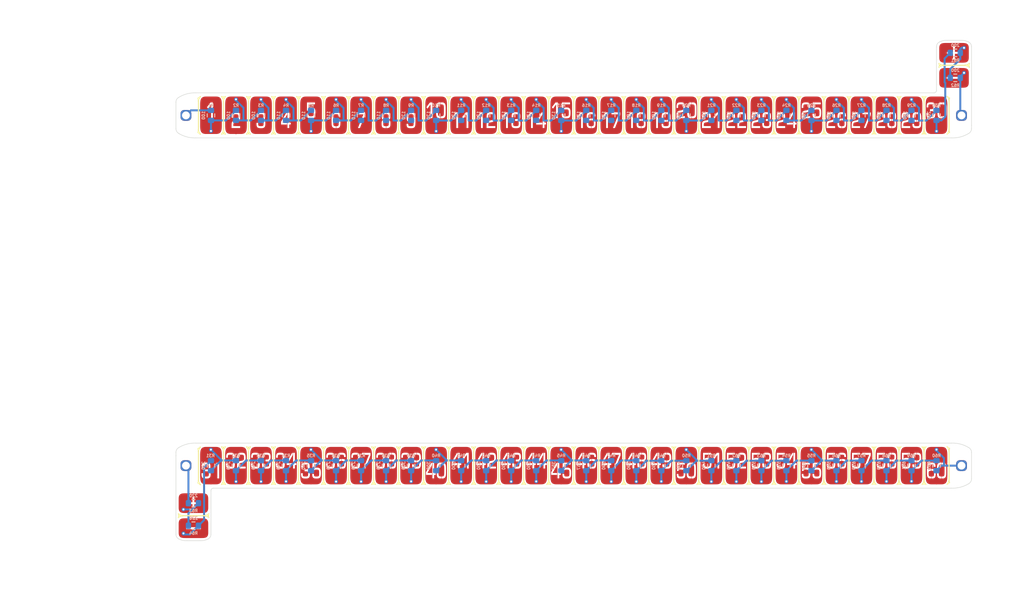
<source format=kicad_pcb>
(kicad_pcb (version 20240108) (generator "pcbnew") (generator_version "8.0")
  (layers (0 "F.Cu" signal) (31 "B.Cu" signal) (34 "B.Paste" user) (35 "F.Paste" user) (36 "B.SilkS" user "B.Silkscreen") (37 "F.SilkS" user "F.Silkscreen") (38 "B.Mask" user) (39 "F.Mask" user) (44 "Edge.Cuts" user))
  (net 0 "")
  (net 1 "Net-(J3-Pin_1)")
  (net 2 "Net-(J4-Pin_1)")
  (net 3 "Net-(U1-Pin_1)")
  (net 4 "Net-(U1-Pin_2)")
  (net 5 "Net-(U1-Pin_3)")
  (net 6 "Net-(U1-Pin_4)")
  (net 7 "Net-(U1-Pin_5)")
  (net 8 "Net-(U1-Pin_6)")
  (net 9 "Net-(U1-Pin_7)")
  (net 10 "Net-(U1-Pin_8)")
  (net 11 "Net-(U1-Pin_9)")
  (net 12 "Net-(U1-Pin_10)")
  (net 13 "Net-(U1-Pin_11)")
  (net 14 "Net-(U1-Pin_12)")
  (net 15 "Net-(U1-Pin_13)")
  (net 16 "Net-(U1-Pin_14)")
  (net 17 "Net-(U1-Pin_15)")
  (net 18 "Net-(U1-Pin_16)")
  (net 19 "Net-(U1-Pin_17)")
  (net 20 "Net-(U1-Pin_18)")
  (net 21 "Net-(U1-Pin_19)")
  (net 22 "Net-(U1-Pin_20)")
  (net 23 "Net-(U1-Pin_21)")
  (net 24 "Net-(U1-Pin_22)")
  (net 25 "Net-(U1-Pin_23)")
  (net 26 "Net-(U1-Pin_24)")
  (net 27 "Net-(U1-Pin_25)")
  (net 28 "Net-(U1-Pin_26)")
  (net 29 "Net-(U1-Pin_27)")
  (net 30 "Net-(U1-Pin_28)")
  (net 31 "Net-(U1-Pin_29)")
  (net 32 "Net-(U1-Pin_30)")
  (net 33 "Net-(U3-Pin_31)")
  (net 34 "Net-(U3-Pin_32)")
  (net 35 "Net-(U3-Pin_33)")
  (net 36 "Net-(U3-Pin_34)")
  (net 37 "Net-(U3-Pin_35)")
  (net 38 "Net-(U3-Pin_36)")
  (net 39 "Net-(U3-Pin_37)")
  (net 40 "Net-(U3-Pin_38)")
  (net 41 "Net-(U3-Pin_39)")
  (net 42 "Net-(U3-Pin_40)")
  (net 43 "Net-(U3-Pin_41)")
  (net 44 "Net-(U3-Pin_42)")
  (net 45 "Net-(U3-Pin_43)")
  (net 46 "Net-(U3-Pin_44)")
  (net 47 "Net-(U3-Pin_45)")
  (net 48 "Net-(U3-Pin_46)")
  (net 49 "Net-(U3-Pin_47)")
  (net 50 "Net-(U3-Pin_48)")
  (net 51 "Net-(U3-Pin_49)")
  (net 52 "Net-(U3-Pin_50)")
  (net 53 "Net-(U3-Pin_51)")
  (net 54 "Net-(U3-Pin_52)")
  (net 55 "Net-(U3-Pin_53)")
  (net 56 "Net-(U3-Pin_54)")
  (net 57 "Net-(U3-Pin_55)")
  (net 58 "Net-(U3-Pin_56)")
  (net 59 "Net-(U3-Pin_57)")
  (net 60 "Net-(U3-Pin_58)")
  (net 61 "Net-(U3-Pin_59)")
  (net 62 "Net-(J31-Pin_2)")
  (net 63 "Net-(J31-Pin_1)")
  (net 64 "Net-(J32-Pin_2)")
  (net 65 "Net-(J32-Pin_1)")
  (net 66 "Net-(J35-Pin_1)")
  (footprint "JumperlessFootprints:PinHeader_1x1_Smallest" (layer "F.Cu") (at 255.27 92.329)
    (property "Reference" "J4" (hide yes))
    (property "Value" "BottomOut" (hide yes))
  )
  (footprint "JumperlessFootprints:PinHeader_1x1_Smallest" (layer "F.Cu") (at 176.53 92.329)
    (property "Reference" "J35" (hide yes))
    (property "Value" "BottomIn" (hide yes))
  )
  (footprint "JumperlessFootprints:bbProbeContactsBottomRow" (layer "F.Cu") (at 179.071934 92.866751)
    (property "Reference" "U3" (hide yes))
    (property "Value" "~" (hide yes))
  )
  (footprint "JumperlessFootprints:bbProbeContactsRails" (layer "F.Cu") (at 177.292 97.409)
    (property "Reference" "J32" (hide yes))
    (property "Value" "+ - bottom" (hide yes))
  )
  (footprint "JumperlessFootprints:PinHeader_1x1_Smallest" (layer "F.Cu") (at 255.27 56.769)
    (property "Reference" "J34" (hide yes))
    (property "Value" "TopOut" (hide yes))
  )
  (footprint "JumperlessFootprints:PinHeader_1x1_Smallest" (layer "F.Cu") (at 176.53 56.769)
    (property "Reference" "J3" (hide yes))
    (property "Value" "TopIn" (hide yes))
  )
  (footprint "JumperlessFootprints:bbProbeContactsTopRow" (layer "F.Cu") (at 179.071934 57.306751)
    (property "Reference" "U1" (hide yes))
    (property "Value" "~" (hide yes))
  )
  (footprint "JumperlessFootprints:bbProbeContactsRails" (layer "F.Cu") (at 254.508 51.689)
    (property "Reference" "J31" (hide yes))
    (property "Value" "+ - top" (hide yes))
  )
  (footprint "Resistor_SMD:R_0402_1005Metric" (layer "B.Cu") (at 191.77 56.769 -90)
    (property "Reference" "R6")
    (property "Value" "110")
  )
  (footprint "Resistor_SMD:R_0402_1005Metric" (layer "B.Cu") (at 222.25 56.769 -90)
    (property "Reference" "R18")
    (property "Value" "150")
  )
  (footprint "Resistor_SMD:R_0402_1005Metric" (layer "B.Cu") (at 194.31 92.329 -90)
    (property "Reference" "R37")
    (property "Value" "270")
  )
  (footprint "Resistor_SMD:R_0402_1005Metric" (layer "B.Cu") (at 219.71 92.329 -90)
    (property "Reference" "R47")
    (property "Value" "390")
  )
  (footprint "Resistor_SMD:R_0402_1005Metric" (layer "B.Cu") (at 201.93 92.329 -90)
    (property "Reference" "R40")
    (property "Value" "300")
  )
  (footprint "Resistor_SMD:R_0402_1005Metric" (layer "B.Cu") (at 177.292 98.425)
    (property "Reference" "R64")
    (property "Value" "220")
  )
  (footprint "Resistor_SMD:R_0402_1005Metric" (layer "B.Cu") (at 207.01 92.329 -90)
    (property "Reference" "R42")
    (property "Value" "330")
  )
  (footprint "Resistor_SMD:R_0402_1005Metric" (layer "B.Cu") (at 250.19 56.769 -90)
    (property "Reference" "R29")
    (property "Value" "180")
  )
  (footprint "Resistor_SMD:R_0402_1005Metric" (layer "B.Cu") (at 207.01 56.769 -90)
    (property "Reference" "R12")
    (property "Value" "120")
  )
  (footprint "Resistor_SMD:R_0402_1005Metric" (layer "B.Cu") (at 184.15 92.329 -90)
    (property "Reference" "R33")
    (property "Value" "240")
  )
  (footprint "Resistor_SMD:R_0402_1005Metric" (layer "B.Cu") (at 209.55 92.329 -90)
    (property "Reference" "R43")
    (property "Value" "330")
  )
  (footprint "Resistor_SMD:R_0402_1005Metric" (layer "B.Cu") (at 199.39 56.769 -90)
    (property "Reference" "R9")
    (property "Value" "120")
  )
  (footprint "Resistor_SMD:R_0402_1005Metric" (layer "B.Cu") (at 242.57 56.769 -90)
    (property "Reference" "R26")
    (property "Value" "180")
  )
  (footprint "Resistor_SMD:R_0402_1005Metric" (layer "B.Cu") (at 232.41 56.769 -90)
    (property "Reference" "R22")
    (property "Value" "160")
  )
  (footprint "Resistor_SMD:R_0402_1005Metric" (layer "B.Cu") (at 237.49 56.769 -90)
    (property "Reference" "R24")
    (property "Value" "160")
  )
  (footprint "Resistor_SMD:R_0402_1005Metric" (layer "B.Cu") (at 240.03 92.329 -90)
    (property "Reference" "R55")
    (property "Value" "560")
  )
  (footprint "Resistor_SMD:R_0402_1005Metric" (layer "B.Cu") (at 214.63 56.769 -90)
    (property "Reference" "R15")
    (property "Value" "130")
  )
  (footprint "Resistor_SMD:R_0402_1005Metric" (layer "B.Cu") (at 234.95 92.329 -90)
    (property "Reference" "R53")
    (property "Value" "510")
  )
  (footprint "Resistor_SMD:R_0402_1005Metric" (layer "B.Cu") (at 209.55 56.769 -90)
    (property "Reference" "R13")
    (property "Value" "130")
  )
  (footprint "Resistor_SMD:R_0402_1005Metric" (layer "B.Cu") (at 186.69 56.769 -90)
    (property "Reference" "R4")
    (property "Value" "110")
  )
  (footprint "Resistor_SMD:R_0402_1005Metric" (layer "B.Cu") (at 184.15 56.769 -90)
    (property "Reference" "R3")
    (property "Value" "100")
  )
  (footprint "Resistor_SMD:R_0402_1005Metric" (layer "B.Cu") (at 186.69 92.329 -90)
    (property "Reference" "R34")
    (property "Value" "240")
  )
  (footprint "Resistor_SMD:R_0402_1005Metric" (layer "B.Cu") (at 177.292 96.139)
    (property "Reference" "R63")
    (property "Value" "220")
  )
  (footprint "Resistor_SMD:R_0402_1005Metric" (layer "B.Cu") (at 254.635 52.959)
    (property "Reference" "R62")
    (property "Value" "200")
  )
  (footprint "Resistor_SMD:R_0402_1005Metric" (layer "B.Cu") (at 196.85 56.769 -90)
    (property "Reference" "R8")
    (property "Value" "110")
  )
  (footprint "Resistor_SMD:R_0402_1005Metric" (layer "B.Cu") (at 242.57 92.329 -90)
    (property "Reference" "R56")
    (property "Value" "560")
  )
  (footprint "Resistor_SMD:R_0402_1005Metric" (layer "B.Cu") (at 234.95 56.769 -90)
    (property "Reference" "R23")
    (property "Value" "160")
  )
  (footprint "Resistor_SMD:R_0402_1005Metric" (layer "B.Cu") (at 229.87 56.769 -90)
    (property "Reference" "R21")
    (property "Value" "150")
  )
  (footprint "Resistor_SMD:R_0402_1005Metric" (layer "B.Cu") (at 254.635 50.419)
    (property "Reference" "R61")
    (property "Value" "200")
  )
  (footprint "Resistor_SMD:R_0402_1005Metric" (layer "B.Cu") (at 194.31 56.769 -90)
    (property "Reference" "R7")
    (property "Value" "110")
  )
  (footprint "Resistor_SMD:R_0402_1005Metric" (layer "B.Cu") (at 224.79 92.329 -90)
    (property "Reference" "R49")
    (property "Value" "430")
  )
  (footprint "Resistor_SMD:R_0402_1005Metric" (layer "B.Cu") (at 245.11 56.769 -90)
    (property "Reference" "R27")
    (property "Value" "180")
  )
  (footprint "Resistor_SMD:R_0402_1005Metric" (layer "B.Cu") (at 189.23 56.769 -90)
    (property "Reference" "R5")
    (property "Value" "110")
  )
  (footprint "Resistor_SMD:R_0402_1005Metric" (layer "B.Cu") (at 191.77 92.329 -90)
    (property "Reference" "R36")
    (property "Value" "270")
  )
  (footprint "Resistor_SMD:R_0402_1005Metric" (layer "B.Cu") (at 204.47 92.329 -90)
    (property "Reference" "R41")
    (property "Value" "300")
  )
  (footprint "Resistor_SMD:R_0402_1005Metric" (layer "B.Cu") (at 237.49 92.329 -90)
    (property "Reference" "R54")
    (property "Value" "510")
  )
  (footprint "Resistor_SMD:R_0402_1005Metric" (layer "B.Cu") (at 212.09 92.329 -90)
    (property "Reference" "R44")
    (property "Value" "330")
  )
  (footprint "Resistor_SMD:R_0402_1005Metric" (layer "B.Cu") (at 179.07 92.329 -90)
    (property "Reference" "R31")
    (property "Value" "220")
  )
  (footprint "Resistor_SMD:R_0402_1005Metric" (layer "B.Cu") (at 217.17 56.769 -90)
    (property "Reference" "R16")
    (property "Value" "130")
  )
  (footprint "Resistor_SMD:R_0402_1005Metric" (layer "B.Cu") (at 204.47 56.769 -90)
    (property "Reference" "R11")
    (property "Value" "120")
  )
  (footprint "Resistor_SMD:R_0402_1005Metric" (layer "B.Cu") (at 181.61 92.329 -90)
    (property "Reference" "R32")
    (property "Value" "240")
  )
  (footprint "Resistor_SMD:R_0402_1005Metric" (layer "B.Cu") (at 214.63 92.329 -90)
    (property "Reference" "R45")
    (property "Value" "357")
  )
  (footprint "Resistor_SMD:R_0402_1005Metric" (layer "B.Cu") (at 245.11 92.329 -90)
    (property "Reference" "R57")
    (property "Value" "619")
  )
  (footprint "Resistor_SMD:R_0402_1005Metric" (layer "B.Cu") (at 247.65 92.329 -90)
    (property "Reference" "R58")
    (property "Value" "619")
  )
  (footprint "Resistor_SMD:R_0402_1005Metric" (layer "B.Cu") (at 181.61 56.769 -90)
    (property "Reference" "R2")
    (property "Value" "100")
  )
  (footprint "Resistor_SMD:R_0402_1005Metric" (layer "B.Cu") (at 189.23 92.329 -90)
    (property "Reference" "R35")
    (property "Value" "240")
  )
  (footprint "Resistor_SMD:R_0402_1005Metric" (layer "B.Cu") (at 222.25 92.329 -90)
    (property "Reference" "R48")
    (property "Value" "390")
  )
  (footprint "Resistor_SMD:R_0402_1005Metric" (layer "B.Cu") (at 227.33 92.329 -90)
    (property "Reference" "R50")
    (property "Value" "430")
  )
  (footprint "Resistor_SMD:R_0402_1005Metric" (layer "B.Cu") (at 201.93 56.769 -90)
    (property "Reference" "R10")
    (property "Value" "120")
  )
  (footprint "Resistor_SMD:R_0402_1005Metric" (layer "B.Cu") (at 212.09 56.769 -90)
    (property "Reference" "R14")
    (property "Value" "130")
  )
  (footprint "Resistor_SMD:R_0402_1005Metric" (layer "B.Cu") (at 224.79 56.769 -90)
    (property "Reference" "R19")
    (property "Value" "150")
  )
  (footprint "Resistor_SMD:R_0402_1005Metric" (layer "B.Cu") (at 199.39 92.329 -90)
    (property "Reference" "R39")
    (property "Value" "300")
  )
  (footprint "Resistor_SMD:R_0402_1005Metric" (layer "B.Cu") (at 196.85 92.329 -90)
    (property "Reference" "R38")
    (property "Value" "270")
  )
  (footprint "Resistor_SMD:R_0402_1005Metric" (layer "B.Cu") (at 227.33 56.769 -90)
    (property "Reference" "R20")
    (property "Value" "150")
  )
  (footprint "Resistor_SMD:R_0402_1005Metric" (layer "B.Cu") (at 252.73 56.769 -90)
    (property "Reference" "R30")
    (property "Value" "200")
  )
  (footprint "Resistor_SMD:R_0402_1005Metric" (layer "B.Cu") (at 240.03 56.769 -90)
    (property "Reference" "R25")
    (property "Value" "180")
  )
  (footprint "Resistor_SMD:R_0402_1005Metric" (layer "B.Cu") (at 219.71 56.769 -90)
    (property "Reference" "R17")
    (property "Value" "130")
  )
  (footprint "Resistor_SMD:R_0402_1005Metric" (layer "B.Cu") (at 217.17 92.329 -90)
    (property "Reference" "R46")
    (property "Value" "357")
  )
  (footprint "Resistor_SMD:R_0402_1005Metric" (layer "B.Cu") (at 250.19 92.329 -90)
    (property "Reference" "R59")
    (property "Value" "681")
  )
  (footprint "Resistor_SMD:R_0402_1005Metric" (layer "B.Cu") (at 229.87 92.329 -90)
    (property "Reference" "R51")
    (property "Value" "470")
  )
  (footprint "Resistor_SMD:R_0402_1005Metric" (layer "B.Cu") (at 179.07 56.769 -90)
    (property "Reference" "R1")
    (property "Value" "100")
  )
  (footprint "Resistor_SMD:R_0402_1005Metric" (layer "B.Cu") (at 232.41 92.329 -90)
    (property "Reference" "R52")
    (property "Value" "470")
  )
  (footprint "Resistor_SMD:R_0402_1005Metric" (layer "B.Cu") (at 247.65 56.769 -90)
    (property "Reference" "R28")
    (property "Value" "180")
  )
  (footprint "Resistor_SMD:R_0402_1005Metric" (layer "B.Cu") (at 252.73 92.329 -90)
    (property "Reference" "R60")
    (property "Value" "681")
  )
  (gr_arc (start 179.07 94.869) (mid 179.144395 94.689395) (end 179.324 94.615) (stroke (width 0.05)) (layer "Edge.Cuts"))
  (gr_arc (start 254.254 90.043) (mid 255.163909 90.142766) (end 256.0066 90.5002) (stroke (width 0.05)) (layer "Edge.Cuts"))
  (gr_line (start 256.286 93.6752) (end 256.286 90.9828) (stroke (width 0.05)) (layer "Edge.Cuts"))
  (gr_line (start 176.6062 99.949) (end 177.9778 99.949) (stroke (width 0.05)) (layer "Edge.Cuts"))
  (gr_line (start 179.324 94.615) (end 254.254 94.615) (stroke (width 0.05)) (layer "Edge.Cuts"))
  (gr_line (start 252.476 54.483) (end 177.546 54.483) (stroke (width 0.05)) (layer "Edge.Cuts"))
  (gr_arc (start 175.7934 58.5978) (mid 175.589198 58.393843) (end 175.514 58.1152) (stroke (width 0.05)) (layer "Edge.Cuts"))
  (gr_arc (start 256.0066 90.5002) (mid 256.210802 90.704157) (end 256.286 90.9828) (stroke (width 0.05)) (layer "Edge.Cuts"))
  (gr_arc (start 175.7934 99.7712) (mid 175.586024 99.569081) (end 175.514 99.2886) (stroke (width 0.05)) (layer "Edge.Cuts"))
  (gr_arc (start 177.546 59.055) (mid 176.636091 58.955234) (end 175.7934 58.5978) (stroke (width 0.05)) (layer "Edge.Cuts"))
  (gr_arc (start 253.0094 49.3268) (mid 253.404414 49.185855) (end 253.8222 49.149) (stroke (width 0.05)) (layer "Edge.Cuts"))
  (gr_line (start 256.286 58.1152) (end 256.286 57.785) (stroke (width 0.05)) (layer "Edge.Cuts"))
  (gr_line (start 175.514 90.9828) (end 175.514 91.313) (stroke (width 0.05)) (layer "Edge.Cuts"))
  (gr_arc (start 175.7934 90.5002) (mid 176.636092 90.142772) (end 177.546 90.043) (stroke (width 0.05)) (layer "Edge.Cuts"))
  (gr_line (start 253.8222 49.149) (end 255.1938 49.149) (stroke (width 0.05)) (layer "Edge.Cuts"))
  (gr_arc (start 175.514 90.9828) (mid 175.589209 90.704166) (end 175.7934 90.5002) (stroke (width 0.05)) (layer "Edge.Cuts"))
  (gr_arc (start 256.0066 49.327869) (mid 256.213979 49.529987) (end 256.286 49.810469) (stroke (width 0.05)) (layer "Edge.Cuts"))
  (gr_arc (start 252.73 54.229) (mid 252.655605 54.408605) (end 252.476 54.483) (stroke (width 0.05)) (layer "Edge.Cuts"))
  (gr_arc (start 256.0066 94.1578) (mid 255.163909 94.515233) (end 254.254 94.615) (stroke (width 0.05)) (layer "Edge.Cuts"))
  (gr_line (start 179.07 94.869) (end 179.07 99.287531) (stroke (width 0.05)) (layer "Edge.Cuts"))
  (gr_arc (start 175.7934 54.9402) (mid 176.636091 54.582767) (end 177.546 54.483) (stroke (width 0.05)) (layer "Edge.Cuts"))
  (gr_arc (start 178.7906 99.770131) (mid 178.395596 99.911344) (end 177.9778 99.949) (stroke (width 0.05)) (layer "Edge.Cuts"))
  (gr_line (start 252.73 54.229) (end 252.73 49.8094) (stroke (width 0.05)) (layer "Edge.Cuts"))
  (gr_arc (start 255.1938 49.149) (mid 255.611596 49.186648) (end 256.0066 49.327869) (stroke (width 0.05)) (layer "Edge.Cuts"))
  (gr_line (start 254.254 90.043) (end 177.546 90.043) (stroke (width 0.05)) (layer "Edge.Cuts"))
  (gr_arc (start 176.6062 99.949) (mid 176.188415 99.912145) (end 175.7934 99.7712) (stroke (width 0.05)) (layer "Edge.Cuts"))
  (gr_arc (start 256.286 93.6752) (mid 256.210802 93.953843) (end 256.0066 94.1578) (stroke (width 0.05)) (layer "Edge.Cuts"))
  (gr_line (start 256.286 49.810469) (end 256.286 57.785) (stroke (width 0.05)) (layer "Edge.Cuts"))
  (gr_arc (start 256.0066 58.5978) (mid 255.163909 58.955234) (end 254.254 59.055) (stroke (width 0.05)) (layer "Edge.Cuts"))
  (gr_arc (start 179.07 99.287531) (mid 178.997984 99.568018) (end 178.7906 99.770131) (stroke (width 0.05)) (layer "Edge.Cuts"))
  (gr_arc (start 175.514 55.4228) (mid 175.589198 55.144157) (end 175.7934 54.9402) (stroke (width 0.05)) (layer "Edge.Cuts"))
  (gr_line (start 177.546 59.055) (end 254.254 59.055) (stroke (width 0.05)) (layer "Edge.Cuts"))
  (gr_arc (start 256.286 58.1152) (mid 256.210801 58.393843) (end 256.0066 58.5978) (stroke (width 0.05)) (layer "Edge.Cuts"))
  (gr_line (start 175.514 55.4228) (end 175.514 58.1152) (stroke (width 0.05)) (layer "Edge.Cuts"))
  (gr_line (start 175.514 99.2886) (end 175.514 91.313) (stroke (width 0.05)) (layer "Edge.Cuts"))
  (gr_arc (start 252.73 49.8094) (mid 252.802044 49.528931) (end 253.0094 49.3268) (stroke (width 0.05)) (layer "Edge.Cuts"))
  (segment (start 177.04 56.259) (end 176.53 56.769) (width 0.2) (layer "B.Cu") (net 1))
  (segment (start 179.07 56.259) (end 177.04 56.259) (width 0.2) (layer "B.Cu") (net 1))
  (via (at 252.73 90.7034) (size 0.4) (drill 0.2) (layers "F.Cu" "B.Cu") (net 2))
  (segment (start 252.73 90.7034) (end 252.73 90.805) (width 0.2) (layer "B.Cu") (net 2))
  (segment (start 253.492 92.329) (end 253.492 91.567) (width 0.2) (layer "B.Cu") (net 2))
  (segment (start 253.492 92.329) (end 253.24 92.329) (width 0.2) (layer "B.Cu") (net 2))
  (segment (start 253.24 92.329) (end 252.73 92.839) (width 0.2) (layer "B.Cu") (net 2))
  (segment (start 253.492 91.567) (end 252.73 90.805) (width 0.2) (layer "B.Cu") (net 2))
  (segment (start 255.27 92.329) (end 253.492 92.329) (width 0.2) (layer "B.Cu") (net 2))
  (via (at 179.071934 58.355) (size 0.4) (drill 0.2) (layers "F.Cu" "B.Cu") (net 3))
  (segment (start 179.07 57.279) (end 180.59 57.279) (width 0.2) (layer "B.Cu") (net 3))
  (segment (start 179.07 57.279) (end 179.07 58.353066) (width 0.2) (layer "B.Cu") (net 3))
  (segment (start 180.59 57.279) (end 181.61 56.259) (width 0.2) (layer "B.Cu") (net 3))
  (segment (start 179.07 58.353066) (end 179.071934 58.355) (width 0.2) (layer "B.Cu") (net 3))
  (via (at 181.61 55.1434) (size 0.4) (drill 0.2) (layers "F.Cu" "B.Cu") (net 4))
  (segment (start 181.61 55.1434) (end 181.61 55.245) (width 0.2) (layer "B.Cu") (net 4))
  (segment (start 182.372 56.007) (end 181.61 55.245) (width 0.2) (layer "B.Cu") (net 4))
  (segment (start 181.61 57.279) (end 182.372 57.279) (width 0.2) (layer "B.Cu") (net 4))
  (segment (start 183.13 57.279) (end 184.15 56.259) (width 0.2) (layer "B.Cu") (net 4))
  (segment (start 182.372 57.279) (end 182.372 56.007) (width 0.2) (layer "B.Cu") (net 4))
  (segment (start 182.372 57.279) (end 183.13 57.279) (width 0.2) (layer "B.Cu") (net 4))
  (via (at 184.15 55.1584) (size 0.4) (drill 0.2) (layers "F.Cu" "B.Cu") (net 5))
  (segment (start 184.15 57.294) (end 184.912 57.294) (width 0.2) (layer "B.Cu") (net 5))
  (segment (start 184.15 55.1584) (end 184.15 55.26) (width 0.2) (layer "B.Cu") (net 5))
  (segment (start 184.912 56.022) (end 184.15 55.26) (width 0.2) (layer "B.Cu") (net 5))
  (segment (start 184.912 57.294) (end 184.912 56.022) (width 0.2) (layer "B.Cu") (net 5))
  (segment (start 184.15 57.279) (end 185.67 57.279) (width 0.2) (layer "B.Cu") (net 5))
  (segment (start 185.67 57.279) (end 186.69 56.259) (width 0.2) (layer "B.Cu") (net 5))
  (via (at 186.69 55.1584) (size 0.4) (drill 0.2) (layers "F.Cu" "B.Cu") (net 6))
  (segment (start 187.452 57.294) (end 187.452 56.022) (width 0.2) (layer "B.Cu") (net 6))
  (segment (start 186.69 57.294) (end 187.452 57.294) (width 0.2) (layer "B.Cu") (net 6))
  (segment (start 187.452 56.022) (end 186.69 55.26) (width 0.2) (layer "B.Cu") (net 6))
  (segment (start 186.69 57.279) (end 188.21 57.279) (width 0.2) (layer "B.Cu") (net 6))
  (segment (start 186.69 55.1584) (end 186.69 55.26) (width 0.2) (layer "B.Cu") (net 6))
  (segment (start 188.21 57.279) (end 189.23 56.259) (width 0.2) (layer "B.Cu") (net 6))
  (via (at 189.231934 58.37) (size 0.4) (drill 0.2) (layers "F.Cu" "B.Cu") (net 7))
  (segment (start 189.23 57.294) (end 189.23 58.368066) (width 0.2) (layer "B.Cu") (net 7))
  (segment (start 189.23 57.279) (end 190.75 57.279) (width 0.2) (layer "B.Cu") (net 7))
  (segment (start 190.75 57.279) (end 191.77 56.259) (width 0.2) (layer "B.Cu") (net 7))
  (via (at 191.77 55.1584) (size 0.4) (drill 0.2) (layers "F.Cu" "B.Cu") (net 8))
  (segment (start 191.77 57.294) (end 192.532 57.294) (width 0.2) (layer "B.Cu") (net 8))
  (segment (start 192.532 56.022) (end 191.77 55.26) (width 0.2) (layer "B.Cu") (net 8))
  (segment (start 191.77 55.1584) (end 191.77 55.26) (width 0.2) (layer "B.Cu") (net 8))
  (segment (start 193.29 57.279) (end 194.31 56.259) (width 0.2) (layer "B.Cu") (net 8))
  (segment (start 192.532 57.294) (end 192.532 56.022) (width 0.2) (layer "B.Cu") (net 8))
  (segment (start 191.77 57.279) (end 193.29 57.279) (width 0.2) (layer "B.Cu") (net 8))
  (via (at 194.31 55.1584) (size 0.4) (drill 0.2) (layers "F.Cu" "B.Cu") (net 9))
  (segment (start 195.83 57.294) (end 196.85 56.274) (width 0.2) (layer "B.Cu") (net 9))
  (segment (start 195.072 56.022) (end 195.072 57.294) (width 0.2) (layer "B.Cu") (net 9))
  (segment (start 194.31 55.26) (end 195.072 56.022) (width 0.2) (layer "B.Cu") (net 9))
  (segment (start 194.31 55.1584) (end 194.31 55.26) (width 0.2) (layer "B.Cu") (net 9))
  (segment (start 195.072 57.294) (end 195.83 57.294) (width 0.2) (layer "B.Cu") (net 9))
  (via (at 196.85 55.1584) (size 0.4) (drill 0.2) (layers "F.Cu" "B.Cu") (net 10))
  (segment (start 196.85 55.1584) (end 196.85 55.26) (width 0.2) (layer "B.Cu") (net 10))
  (segment (start 197.612 56.022) (end 197.612 57.294) (width 0.2) (layer "B.Cu") (net 10))
  (segment (start 197.612 57.294) (end 198.37 57.294) (width 0.2) (layer "B.Cu") (net 10))
  (segment (start 196.85 55.26) (end 197.612 56.022) (width 0.2) (layer "B.Cu") (net 10))
  (segment (start 198.37 57.294) (end 199.39 56.274) (width 0.2) (layer "B.Cu") (net 10))
  (via (at 199.39 55.1584) (size 0.4) (drill 0.2) (layers "F.Cu" "B.Cu") (net 11))
  (segment (start 199.39 55.1584) (end 199.39 55.26) (width 0.2) (layer "B.Cu") (net 11))
  (segment (start 199.39 55.26) (end 200.152 56.022) (width 0.2) (layer "B.Cu") (net 11))
  (segment (start 200.152 57.294) (end 200.91 57.294) (width 0.2) (layer "B.Cu") (net 11))
  (segment (start 200.91 57.294) (end 201.93 56.274) (width 0.2) (layer "B.Cu") (net 11))
  (segment (start 200.152 56.022) (end 200.152 57.294) (width 0.2) (layer "B.Cu") (net 11))
  (via (at 201.931934 58.37) (size 0.4) (drill 0.2) (layers "F.Cu" "B.Cu") (net 12))
  (segment (start 201.93 57.294) (end 201.93 58.368066) (width 0.2) (layer "B.Cu") (net 12))
  (segment (start 201.93 57.294) (end 203.45 57.294) (width 0.2) (layer "B.Cu") (net 12))
  (segment (start 203.45 57.294) (end 204.47 56.274) (width 0.2) (layer "B.Cu") (net 12))
  (via (at 204.47 55.1584) (size 0.4) (drill 0.2) (layers "F.Cu" "B.Cu") (net 13))
  (segment (start 205.232 57.294) (end 205.99 57.294) (width 0.2) (layer "B.Cu") (net 13))
  (segment (start 205.99 57.294) (end 207.01 56.274) (width 0.2) (layer "B.Cu") (net 13))
  (segment (start 205.232 56.022) (end 205.232 57.294) (width 0.2) (layer "B.Cu") (net 13))
  (segment (start 204.47 55.26) (end 205.232 56.022) (width 0.2) (layer "B.Cu") (net 13))
  (segment (start 204.47 55.1584) (end 204.47 55.26) (width 0.2) (layer "B.Cu") (net 13))
  (via (at 207.01 55.1584) (size 0.4) (drill 0.2) (layers "F.Cu" "B.Cu") (net 14))
  (segment (start 207.01 55.26) (end 207.772 56.022) (width 0.2) (layer "B.Cu") (net 14))
  (segment (start 208.53 57.294) (end 209.55 56.274) (width 0.2) (layer "B.Cu") (net 14))
  (segment (start 207.772 56.022) (end 207.772 57.294) (width 0.2) (layer "B.Cu") (net 14))
  (segment (start 207.01 55.1584) (end 207.01 55.26) (width 0.2) (layer "B.Cu") (net 14))
  (segment (start 207.772 57.294) (end 208.53 57.294) (width 0.2) (layer "B.Cu") (net 14))
  (via (at 209.55 55.1584) (size 0.4) (drill 0.2) (layers "F.Cu" "B.Cu") (net 15))
  (segment (start 211.07 57.294) (end 212.09 56.274) (width 0.2) (layer "B.Cu") (net 15))
  (segment (start 210.312 57.294) (end 211.07 57.294) (width 0.2) (layer "B.Cu") (net 15))
  (segment (start 209.55 55.1584) (end 209.55 55.26) (width 0.2) (layer "B.Cu") (net 15))
  (segment (start 209.55 55.26) (end 210.312 56.022) (width 0.2) (layer "B.Cu") (net 15))
  (segment (start 210.312 56.022) (end 210.312 57.294) (width 0.2) (layer "B.Cu") (net 15))
  (via (at 212.09 55.1584) (size 0.4) (drill 0.2) (layers "F.Cu" "B.Cu") (net 16))
  (segment (start 212.09 55.26) (end 212.852 56.022) (width 0.2) (layer "B.Cu") (net 16))
  (segment (start 213.61 57.294) (end 214.63 56.274) (width 0.2) (layer "B.Cu") (net 16))
  (segment (start 212.09 55.1584) (end 212.09 55.26) (width 0.2) (layer "B.Cu") (net 16))
  (segment (start 212.852 57.294) (end 213.61 57.294) (width 0.2) (layer "B.Cu") (net 16))
  (segment (start 212.852 56.022) (end 212.852 57.294) (width 0.2) (layer "B.Cu") (net 16))
  (via (at 214.631934 58.37) (size 0.4) (drill 0.2) (layers "F.Cu" "B.Cu") (net 17))
  (segment (start 216.15 57.294) (end 217.17 56.274) (width 0.2) (layer "B.Cu") (net 17))
  (segment (start 214.63 57.294) (end 214.63 58.368066) (width 0.2) (layer "B.Cu") (net 17))
  (segment (start 214.63 57.294) (end 216.15 57.294) (width 0.2) (layer "B.Cu") (net 17))
  (via (at 217.17 55.1584) (size 0.4) (drill 0.2) (layers "F.Cu" "B.Cu") (net 18))
  (segment (start 218.69 57.294) (end 219.71 56.274) (width 0.2) (layer "B.Cu") (net 18))
  (segment (start 217.932 57.294) (end 218.69 57.294) (width 0.2) (layer "B.Cu") (net 18))
  (segment (start 217.932 56.022) (end 217.932 57.294) (width 0.2) (layer "B.Cu") (net 18))
  (segment (start 217.17 55.26) (end 217.932 56.022) (width 0.2) (layer "B.Cu") (net 18))
  (segment (start 217.17 55.1584) (end 217.17 55.26) (width 0.2) (layer "B.Cu") (net 18))
  (via (at 219.71 55.1584) (size 0.4) (drill 0.2) (layers "F.Cu" "B.Cu") (net 19))
  (segment (start 221.23 57.294) (end 222.25 56.274) (width 0.2) (layer "B.Cu") (net 19))
  (segment (start 219.71 55.1584) (end 219.71 55.26) (width 0.2) (layer "B.Cu") (net 19))
  (segment (start 220.472 57.294) (end 221.23 57.294) (width 0.2) (layer "B.Cu") (net 19))
  (segment (start 219.71 55.26) (end 220.472 56.022) (width 0.2) (layer "B.Cu") (net 19))
  (segment (start 220.472 56.022) (end 220.472 57.294) (width 0.2) (layer "B.Cu") (net 19))
  (via (at 222.25 55.1584) (size 0.4) (drill 0.2) (layers "F.Cu" "B.Cu") (net 20))
  (segment (start 223.012 57.294) (end 223.77 57.294) (width 0.2) (layer "B.Cu") (net 20))
  (segment (start 222.25 55.1584) (end 222.25 55.26) (width 0.2) (layer "B.Cu") (net 20))
  (segment (start 223.77 57.294) (end 224.79 56.274) (width 0.2) (layer "B.Cu") (net 20))
  (segment (start 223.012 56.022) (end 223.012 57.294) (width 0.2) (layer "B.Cu") (net 20))
  (segment (start 222.25 55.26) (end 223.012 56.022) (width 0.2) (layer "B.Cu") (net 20))
  (via (at 224.79 55.1584) (size 0.4) (drill 0.2) (layers "F.Cu" "B.Cu") (net 21))
  (segment (start 224.79 55.26) (end 225.552 56.022) (width 0.2) (layer "B.Cu") (net 21))
  (segment (start 224.79 55.1584) (end 224.79 55.26) (width 0.2) (layer "B.Cu") (net 21))
  (segment (start 225.552 57.294) (end 226.31 57.294) (width 0.2) (layer "B.Cu") (net 21))
  (segment (start 226.31 57.294) (end 227.33 56.274) (width 0.2) (layer "B.Cu") (net 21))
  (segment (start 225.552 56.022) (end 225.552 57.294) (width 0.2) (layer "B.Cu") (net 21))
  (via (at 227.331934 58.37) (size 0.4) (drill 0.2) (layers "F.Cu" "B.Cu") (net 22))
  (segment (start 227.33 57.294) (end 227.33 58.368066) (width 0.2) (layer "B.Cu") (net 22))
  (segment (start 227.33 57.294) (end 228.85 57.294) (width 0.2) (layer "B.Cu") (net 22))
  (segment (start 228.85 57.294) (end 229.87 56.274) (width 0.2) (layer "B.Cu") (net 22))
  (via (at 229.87 55.1584) (size 0.4) (drill 0.2) (layers "F.Cu" "B.Cu") (net 23))
  (segment (start 229.87 55.1584) (end 229.87 55.26) (width 0.2) (layer "B.Cu") (net 23))
  (segment (start 229.87 55.26) (end 230.632 56.022) (width 0.2) (layer "B.Cu") (net 23))
  (segment (start 230.632 57.294) (end 231.39 57.294) (width 0.2) (layer "B.Cu") (net 23))
  (segment (start 230.632 56.022) (end 230.632 57.294) (width 0.2) (layer "B.Cu") (net 23))
  (segment (start 231.39 57.294) (end 232.41 56.274) (width 0.2) (layer "B.Cu") (net 23))
  (via (at 232.41 55.1584) (size 0.4) (drill 0.2) (layers "F.Cu" "B.Cu") (net 24))
  (segment (start 233.172 57.294) (end 233.93 57.294) (width 0.2) (layer "B.Cu") (net 24))
  (segment (start 233.93 57.294) (end 234.95 56.274) (width 0.2) (layer "B.Cu") (net 24))
  (segment (start 233.172 56.022) (end 233.172 57.294) (width 0.2) (layer "B.Cu") (net 24))
  (segment (start 232.41 55.1584) (end 232.41 55.26) (width 0.2) (layer "B.Cu") (net 24))
  (segment (start 232.41 55.26) (end 233.172 56.022) (width 0.2) (layer "B.Cu") (net 24))
  (via (at 234.95 55.1584) (size 0.4) (drill 0.2) (layers "F.Cu" "B.Cu") (net 25))
  (segment (start 235.712 57.294) (end 236.47 57.294) (width 0.2) (layer "B.Cu") (net 25))
  (segment (start 234.95 55.26) (end 235.712 56.022) (width 0.2) (layer "B.Cu") (net 25))
  (segment (start 236.47 57.294) (end 237.49 56.274) (width 0.2) (layer "B.Cu") (net 25))
  (segment (start 235.712 56.022) (end 235.712 57.294) (width 0.2) (layer "B.Cu") (net 25))
  (segment (start 234.95 55.1584) (end 234.95 55.26) (width 0.2) (layer "B.Cu") (net 25))
  (via (at 237.49 55.1584) (size 0.4) (drill 0.2) (layers "F.Cu" "B.Cu") (net 26))
  (segment (start 237.49 57.294) (end 239.01 57.294) (width 0.2) (layer "B.Cu") (net 26))
  (segment (start 239.01 57.294) (end 240.03 56.274) (width 0.2) (layer "B.Cu") (net 26))
  (segment (start 237.49 57.294) (end 238.252 57.294) (width 0.2) (layer "B.Cu") (net 26))
  (segment (start 238.252 57.294) (end 238.252 56.022) (width 0.2) (layer "B.Cu") (net 26))
  (segment (start 238.252 56.022) (end 237.49 55.26) (width 0.2) (layer "B.Cu") (net 26))
  (via (at 240.031934 58.37) (size 0.4) (drill 0.2) (layers "F.Cu" "B.Cu") (net 27))
  (segment (start 240.03 57.294) (end 241.55 57.294) (width 0.2) (layer "B.Cu") (net 27))
  (segment (start 240.03 57.294) (end 240.03 58.368066) (width 0.2) (layer "B.Cu") (net 27))
  (segment (start 241.55 57.294) (end 242.57 56.274) (width 0.2) (layer "B.Cu") (net 27))
  (via (at 242.57 55.1584) (size 0.4) (drill 0.2) (layers "F.Cu" "B.Cu") (net 28))
  (segment (start 243.332 57.294) (end 244.09 57.294) (width 0.2) (layer "B.Cu") (net 28))
  (segment (start 242.57 55.1584) (end 242.57 55.26) (width 0.2) (layer "B.Cu") (net 28))
  (segment (start 242.57 55.26) (end 243.332 56.022) (width 0.2) (layer "B.Cu") (net 28))
  (segment (start 243.332 56.022) (end 243.332 57.294) (width 0.2) (layer "B.Cu") (net 28))
  (segment (start 244.09 57.294) (end 245.11 56.274) (width 0.2) (layer "B.Cu") (net 28))
  (via (at 245.11 55.1584) (size 0.4) (drill 0.2) (layers "F.Cu" "B.Cu") (net 29))
  (segment (start 246.63 57.294) (end 247.65 56.274) (width 0.2) (layer "B.Cu") (net 29))
  (segment (start 245.872 57.294) (end 246.63 57.294) (width 0.2) (layer "B.Cu") (net 29))
  (segment (start 245.11 55.26) (end 245.872 56.022) (width 0.2) (layer "B.Cu") (net 29))
  (segment (start 245.872 56.022) (end 245.872 57.294) (width 0.2) (layer "B.Cu") (net 29))
  (segment (start 245.11 55.1584) (end 245.11 55.26) (width 0.2) (layer "B.Cu") (net 29))
  (via (at 247.65 55.1584) (size 0.4) (drill 0.2) (layers "F.Cu" "B.Cu") (net 30))
  (segment (start 247.65 55.1584) (end 247.65 55.26) (width 0.2) (layer "B.Cu") (net 30))
  (segment (start 249.17 57.294) (end 250.19 56.274) (width 0.2) (layer "B.Cu") (net 30))
  (segment (start 248.412 56.022) (end 248.412 57.294) (width 0.2) (layer "B.Cu") (net 30))
  (segment (start 248.412 57.294) (end 249.17 57.294) (width 0.2) (layer "B.Cu") (net 30))
  (segment (start 247.65 55.26) (end 248.412 56.022) (width 0.2) (layer "B.Cu") (net 30))
  (via (at 250.19 55.1584) (size 0.4) (drill 0.2) (layers "F.Cu" "B.Cu") (net 31))
  (segment (start 251.71 57.294) (end 252.73 56.274) (width 0.2) (layer "B.Cu") (net 31))
  (segment (start 250.952 57.294) (end 251.71 57.294) (width 0.2) (layer "B.Cu") (net 31))
  (segment (start 250.952 56.022) (end 250.952 57.294) (width 0.2) (layer "B.Cu") (net 31))
  (segment (start 250.19 55.1584) (end 250.19 55.26) (width 0.2) (layer "B.Cu") (net 31))
  (segment (start 250.19 55.26) (end 250.952 56.022) (width 0.2) (layer "B.Cu") (net 31))
  (via (at 252.731934 58.37) (size 0.4) (drill 0.2) (layers "F.Cu" "B.Cu") (net 32))
  (segment (start 253.619 53.467) (end 253.555 53.403) (width 0.2) (layer "B.Cu") (net 32))
  (segment (start 253.236 57.279) (end 253.619 56.896) (width 0.2) (layer "B.Cu") (net 32))
  (segment (start 253.555 50.989) (end 254.125 50.419) (width 0.2) (layer "B.Cu") (net 32))
  (segment (start 253.619 56.896) (end 253.619 53.467) (width 0.2) (layer "B.Cu") (net 32))
  (segment (start 252.73 57.279) (end 253.236 57.279) (width 0.2) (layer "B.Cu") (net 32))
  (segment (start 252.73 57.294) (end 252.73 58.368066) (width 0.2) (layer "B.Cu") (net 32))
  (segment (start 253.555 53.403) (end 253.555 50.989) (width 0.2) (layer "B.Cu") (net 32))
  (via (at 179.066 90.7054) (size 0.4) (drill 0.2) (layers "F.Cu" "B.Cu") (net 33))
  (segment (start 179.066 90.7054) (end 180.086 91.7254) (width 0.2) (layer "B.Cu") (net 33))
  (segment (start 181.61 91.804) (end 180.09 91.804) (width 0.2) (layer "B.Cu") (net 33))
  (segment (start 180.09 91.804) (end 179.07 92.824) (width 0.2) (layer "B.Cu") (net 33))
  (segment (start 180.086 91.7254) (end 180.086 91.821) (width 0.2) (layer "B.Cu") (net 33))
  (via (at 181.611934 93.945) (size 0.4) (drill 0.2) (layers "F.Cu" "B.Cu") (net 34))
  (segment (start 184.15 91.804) (end 182.63 91.804) (width 0.2) (layer "B.Cu") (net 34))
  (segment (start 181.61 92.869) (end 181.61 93.943066) (width 0.2) (layer "B.Cu") (net 34))
  (segment (start 182.63 91.804) (end 181.61 92.824) (width 0.2) (layer "B.Cu") (net 34))
  (via (at 184.151934 93.945) (size 0.4) (drill 0.2) (layers "F.Cu" "B.Cu") (net 35))
  (segment (start 186.69 91.804) (end 185.17 91.804) (width 0.2) (layer "B.Cu") (net 35))
  (segment (start 184.15 92.869) (end 184.15 93.943066) (width 0.2) (layer "B.Cu") (net 35))
  (segment (start 185.17 91.804) (end 184.15 92.824) (width 0.2) (layer "B.Cu") (net 35))
  (via (at 186.691934 93.93) (size 0.4) (drill 0.2) (layers "F.Cu" "B.Cu") (net 36))
  (segment (start 186.69 92.854) (end 186.69 93.928066) (width 0.2) (layer "B.Cu") (net 36))
  (segment (start 189.23 91.804) (end 187.71 91.804) (width 0.2) (layer "B.Cu") (net 36))
  (segment (start 187.71 91.804) (end 186.69 92.824) (width 0.2) (layer "B.Cu") (net 36))
  (via (at 189.226 90.7054) (size 0.4) (drill 0.2) (layers "F.Cu" "B.Cu") (net 37))
  (segment (start 189.226 90.7054) (end 190.246 91.7254) (width 0.2) (layer "B.Cu") (net 37))
  (segment (start 190.25 91.804) (end 189.23 92.824) (width 0.2) (layer "B.Cu") (net 37))
  (segment (start 190.246 91.7254) (end 190.246 91.821) (width 0.2) (layer "B.Cu") (net 37))
  (segment (start 191.77 91.804) (end 190.25 91.804) (width 0.2) (layer "B.Cu") (net 37))
  (via (at 191.771934 93.945) (size 0.4) (drill 0.2) (layers "F.Cu" "B.Cu") (net 38))
  (segment (start 194.31 91.804) (end 192.79 91.804) (width 0.2) (layer "B.Cu") (net 38))
  (segment (start 191.77 92.869) (end 191.77 93.943066) (width 0.2) (layer "B.Cu") (net 38))
  (segment (start 192.79 91.804) (end 191.77 92.824) (width 0.2) (layer "B.Cu") (net 38))
  (via (at 194.311934 93.945) (size 0.4) (drill 0.2) (layers "F.Cu" "B.Cu") (net 39))
  (segment (start 196.85 91.804) (end 195.33 91.804) (width 0.2) (layer "B.Cu") (net 39))
  (segment (start 194.31 92.869) (end 194.31 93.943066) (width 0.2) (layer "B.Cu") (net 39))
  (segment (start 195.33 91.804) (end 194.31 92.824) (width 0.2) (layer "B.Cu") (net 39))
  (via (at 196.851934 93.945) (size 0.4) (drill 0.2) (layers "F.Cu" "B.Cu") (net 40))
  (segment (start 199.39 91.804) (end 197.87 91.804) (width 0.2) (layer "B.Cu") (net 40))
  (segment (start 197.87 91.804) (end 196.85 92.824) (width 0.2) (layer "B.Cu") (net 40))
  (segment (start 196.85 92.869) (end 196.85 93.943066) (width 0.2) (layer "B.Cu") (net 40))
  (via (at 199.391934 93.93) (size 0.4) (drill 0.2) (layers "F.Cu" "B.Cu") (net 41))
  (segment (start 200.41 91.804) (end 199.39 92.824) (width 0.2) (layer "B.Cu") (net 41))
  (segment (start 201.93 91.804) (end 200.41 91.804) (width 0.2) (layer "B.Cu") (net 41))
  (segment (start 199.39 92.854) (end 199.39 93.928066) (width 0.2) (layer "B.Cu") (net 41))
  (via (at 201.926 90.7054) (size 0.4) (drill 0.2) (layers "F.Cu" "B.Cu") (net 42))
  (segment (start 202.95 91.804) (end 201.93 92.824) (width 0.2) (layer "B.Cu") (net 42))
  (segment (start 201.926 90.7054) (end 202.946 91.7254) (width 0.2) (layer "B.Cu") (net 42))
  (segment (start 202.946 91.7254) (end 202.946 91.821) (width 0.2) (layer "B.Cu") (net 42))
  (segment (start 204.47 91.804) (end 202.95 91.804) (width 0.2) (layer "B.Cu") (net 42))
  (via (at 204.471934 93.945) (size 0.4) (drill 0.2) (layers "F.Cu" "B.Cu") (net 43))
  (segment (start 204.47 92.869) (end 204.47 93.943066) (width 0.2) (layer "B.Cu") (net 43))
  (segment (start 207.01 91.804) (end 205.49 91.804) (width 0.2) (layer "B.Cu") (net 43))
  (segment (start 205.49 91.804) (end 204.47 92.824) (width 0.2) (layer "B.Cu") (net 43))
  (via (at 207.011934 93.945) (size 0.4) (drill 0.2) (layers "F.Cu" "B.Cu") (net 44))
  (segment (start 209.55 91.804) (end 208.03 91.804) (width 0.2) (layer "B.Cu") (net 44))
  (segment (start 208.03 91.804) (end 207.01 92.824) (width 0.2) (layer "B.Cu") (net 44))
  (segment (start 207.01 92.869) (end 207.01 93.943066) (width 0.2) (layer "B.Cu") (net 44))
  (via (at 209.551934 93.945) (size 0.4) (drill 0.2) (layers "F.Cu" "B.Cu") (net 45))
  (segment (start 209.55 92.869) (end 209.55 93.943066) (width 0.2) (layer "B.Cu") (net 45))
  (segment (start 212.09 91.804) (end 210.57 91.804) (width 0.2) (layer "B.Cu") (net 45))
  (segment (start 210.57 91.804) (end 209.55 92.824) (width 0.2) (layer "B.Cu") (net 45))
  (via (at 212.091934 93.93) (size 0.4) (drill 0.2) (layers "F.Cu" "B.Cu") (net 46))
  (segment (start 213.11 91.804) (end 212.09 92.824) (width 0.2) (layer "B.Cu") (net 46))
  (segment (start 214.63 91.804) (end 213.11 91.804) (width 0.2) (layer "B.Cu") (net 46))
  (segment (start 212.09 92.854) (end 212.09 93.928066) (width 0.2) (layer "B.Cu") (net 46))
  (via (at 214.626 90.7054) (size 0.4) (drill 0.2) (layers "F.Cu" "B.Cu") (net 47))
  (segment (start 215.65 91.804) (end 214.63 92.824) (width 0.2) (layer "B.Cu") (net 47))
  (segment (start 214.626 90.7054) (end 215.646 91.7254) (width 0.2) (layer "B.Cu") (net 47))
  (segment (start 217.17 91.804) (end 215.65 91.804) (width 0.2) (layer "B.Cu") (net 47))
  (segment (start 215.646 91.7254) (end 215.646 91.821) (width 0.2) (layer "B.Cu") (net 47))
  (via (at 217.171934 93.945) (size 0.4) (drill 0.2) (layers "F.Cu" "B.Cu") (net 48))
  (segment (start 217.17 92.869) (end 217.17 93.943066) (width 0.2) (layer "B.Cu") (net 48))
  (segment (start 219.71 91.804) (end 218.19 91.804) (width 0.2) (layer "B.Cu") (net 48))
  (segment (start 218.19 91.804) (end 217.17 92.824) (width 0.2) (layer "B.Cu") (net 48))
  (via (at 219.711934 93.945) (size 0.4) (drill 0.2) (layers "F.Cu" "B.Cu") (net 49))
  (segment (start 220.73 91.804) (end 219.71 92.824) (width 0.2) (layer "B.Cu") (net 49))
  (segment (start 219.71 92.869) (end 219.71 93.943066) (width 0.2) (layer "B.Cu") (net 49))
  (segment (start 222.25 91.804) (end 220.73 91.804) (width 0.2) (layer "B.Cu") (net 49))
  (via (at 222.251934 93.945) (size 0.4) (drill 0.2) (layers "F.Cu" "B.Cu") (net 50))
  (segment (start 224.79 91.834) (end 223.27 91.834) (width 0.2) (layer "B.Cu") (net 50))
  (segment (start 222.25 92.869) (end 222.25 93.943066) (width 0.2) (layer "B.Cu") (net 50))
  (segment (start 223.27 91.834) (end 222.25 92.854) (width 0.2) (layer "B.Cu") (net 50))
  (via (at 224.791934 93.93) (size 0.4) (drill 0.2) (layers "F.Cu" "B.Cu") (net 51))
  (segment (start 225.81 91.834) (end 224.79 92.854) (width 0.2) (layer "B.Cu") (net 51))
  (segment (start 224.79 92.854) (end 224.79 93.928066) (width 0.2) (layer "B.Cu") (net 51))
  (segment (start 227.33 91.834) (end 225.81 91.834) (width 0.2) (layer "B.Cu") (net 51))
  (via (at 227.326 90.7054) (size 0.4) (drill 0.2) (layers "F.Cu" "B.Cu") (net 52))
  (segment (start 228.35 91.834) (end 227.33 92.854) (width 0.2) (layer "B.Cu") (net 52))
  (segment (start 228.346 91.7254) (end 228.346 91.821) (width 0.2) (layer "B.Cu") (net 52))
  (segment (start 227.326 90.7054) (end 228.346 91.7254) (width 0.2) (layer "B.Cu") (net 52))
  (segment (start 229.87 91.834) (end 228.35 91.834) (width 0.2) (layer "B.Cu") (net 52))
  (via (at 229.871934 93.945) (size 0.4) (drill 0.2) (layers "F.Cu" "B.Cu") (net 53))
  (segment (start 229.87 92.869) (end 229.87 93.943066) (width 0.2) (layer "B.Cu") (net 53))
  (segment (start 232.41 91.834) (end 230.89 91.834) (width 0.2) (layer "B.Cu") (net 53))
  (segment (start 230.89 91.834) (end 229.87 92.854) (width 0.2) (layer "B.Cu") (net 53))
  (via (at 232.411934 93.945) (size 0.4) (drill 0.2) (layers "F.Cu" "B.Cu") (net 54))
  (segment (start 233.43 91.834) (end 232.41 92.854) (width 0.2) (layer "B.Cu") (net 54))
  (segment (start 232.41 92.869) (end 232.41 93.943066) (width 0.2) (layer "B.Cu") (net 54))
  (segment (start 234.95 91.834) (end 233.43 91.834) (width 0.2) (layer "B.Cu") (net 54))
  (via (at 234.951934 93.945) (size 0.4) (drill 0.2) (layers "F.Cu" "B.Cu") (net 55))
  (segment (start 234.95 92.869) (end 234.95 93.943066) (width 0.2) (layer "B.Cu") (net 55))
  (segment (start 237.49 91.834) (end 235.97 91.834) (width 0.2) (layer "B.Cu") (net 55))
  (segment (start 235.97 91.834) (end 234.95 92.854) (width 0.2) (layer "B.Cu") (net 55))
  (via (at 237.491934 93.93) (size 0.4) (drill 0.2) (layers "F.Cu" "B.Cu") (net 56))
  (segment (start 237.49 92.854) (end 237.49 93.928066) (width 0.2) (layer "B.Cu") (net 56))
  (segment (start 240.03 91.819) (end 238.51 91.819) (width 0.2) (layer "B.Cu") (net 56))
  (segment (start 238.51 91.819) (end 237.49 92.839) (width 0.2) (layer "B.Cu") (net 56))
  (via (at 240.03 90.7034) (size 0.4) (drill 0.2) (layers "F.Cu" "B.Cu") (net 57))
  (segment (start 240.03 90.7034) (end 241.05 91.7234) (width 0.2) (layer "B.Cu") (net 57))
  (segment (start 241.05 91.7234) (end 241.05 91.819) (width 0.2) (layer "B.Cu") (net 57))
  (segment (start 241.05 91.819) (end 241.044 91.819) (width 0.2) (layer "B.Cu") (net 57))
  (segment (start 241.05 91.819) (end 240.03 92.839) (width 0.2) (layer "B.Cu") (net 57))
  (segment (start 242.57 91.819) (end 241.05 91.819) (width 0.2) (layer "B.Cu") (net 57))
  (via (at 242.571934 93.93) (size 0.4) (drill 0.2) (layers "F.Cu" "B.Cu") (net 58))
  (segment (start 243.59 91.819) (end 242.57 92.839) (width 0.2) (layer "B.Cu") (net 58))
  (segment (start 242.57 92.854) (end 242.57 93.928066) (width 0.2) (layer "B.Cu") (net 58))
  (segment (start 245.11 91.819) (end 243.59 91.819) (width 0.2) (layer "B.Cu") (net 58))
  (via (at 245.111934 93.93) (size 0.4) (drill 0.2) (layers "F.Cu" "B.Cu") (net 59))
  (segment (start 245.11 92.854) (end 245.11 93.928066) (width 0.2) (layer "B.Cu") (net 59))
  (segment (start 246.13 91.819) (end 245.11 92.839) (width 0.2) (layer "B.Cu") (net 59))
  (segment (start 247.65 91.819) (end 246.13 91.819) (width 0.2) (layer "B.Cu") (net 59))
  (via (at 247.651934 93.93) (size 0.4) (drill 0.2) (layers "F.Cu" "B.Cu") (net 60))
  (segment (start 248.67 91.819) (end 247.65 92.839) (width 0.2) (layer "B.Cu") (net 60))
  (segment (start 247.65 92.854) (end 247.65 93.928066) (width 0.2) (layer "B.Cu") (net 60))
  (segment (start 250.19 91.819) (end 248.67 91.819) (width 0.2) (layer "B.Cu") (net 60))
  (via (at 250.191934 93.915) (size 0.4) (drill 0.2) (layers "F.Cu" "B.Cu") (net 61))
  (segment (start 251.21 91.819) (end 250.19 92.839) (width 0.2) (layer "B.Cu") (net 61))
  (segment (start 252.73 91.819) (end 251.21 91.819) (width 0.2) (layer "B.Cu") (net 61))
  (segment (start 250.19 92.839) (end 250.19 93.913066) (width 0.2) (layer "B.Cu") (net 61))
  (segment (start 250.19 93.913066) (end 250.191934 93.915) (width 0.2) (layer "B.Cu") (net 61))
  (via (at 255.524 52.451) (size 0.4) (drill 0.2) (layers "F.Cu" "B.Cu") (net 62))
  (segment (start 255.145 52.959) (end 255.145 56.644) (width 0.2) (layer "B.Cu") (net 62))
  (segment (start 255.145 52.83) (end 255.524 52.451) (width 0.2) (layer "B.Cu") (net 62))
  (segment (start 255.145 56.644) (end 255.27 56.769) (width 0.2) (layer "B.Cu") (net 62))
  (segment (start 255.145 52.959) (end 255.145 52.83) (width 0.2) (layer "B.Cu") (net 62))
  (via (at 255.524 49.911) (size 0.4) (drill 0.2) (layers "F.Cu" "B.Cu") (net 63))
  (segment (start 255.27 49.911) (end 255.524 49.911) (width 0.2) (layer "B.Cu") (net 63))
  (segment (start 254.125 52.072) (end 254.125 52.959) (width 0.2) (layer "B.Cu") (net 63))
  (segment (start 255.145 50.419) (end 255.145 51.052) (width 0.2) (layer "B.Cu") (net 63))
  (segment (start 255.145 51.052) (end 254.125 52.072) (width 0.2) (layer "B.Cu") (net 63))
  (segment (start 255.145 50.419) (end 255.145 50.036) (width 0.2) (layer "B.Cu") (net 63))
  (segment (start 255.145 50.036) (end 255.27 49.911) (width 0.2) (layer "B.Cu") (net 63))
  (via (at 176.276825 99.210021) (size 0.4) (drill 0.2) (layers "F.Cu" "B.Cu") (net 64))
  (segment (start 176.276 99.210846) (end 176.276825 99.210021) (width 0.2) (layer "B.Cu") (net 64))
  (segment (start 177.802 98.425) (end 176.913 99.314) (width 0.2) (layer "B.Cu") (net 64))
  (segment (start 178.372 92.517) (end 178.372 97.855) (width 0.2) (layer "B.Cu") (net 64))
  (segment (start 176.276 99.314) (end 176.276 99.210846) (width 0.2) (layer "B.Cu") (net 64))
  (segment (start 178.372 97.855) (end 177.802 98.425) (width 0.2) (layer "B.Cu") (net 64))
  (segment (start 179.07 91.819) (end 178.372 92.517) (width 0.2) (layer "B.Cu") (net 64))
  (segment (start 176.913 99.314) (end 176.276 99.314) (width 0.2) (layer "B.Cu") (net 64))
  (via (at 176.276 96.774) (size 0.4) (drill 0.2) (layers "F.Cu" "B.Cu") (net 65))
  (segment (start 177.802 96.139) (end 177.167 96.774) (width 0.2) (layer "B.Cu") (net 65))
  (segment (start 176.782 98.425) (end 176.782 97.159) (width 0.2) (layer "B.Cu") (net 65))
  (segment (start 176.782 97.159) (end 177.802 96.139) (width 0.2) (layer "B.Cu") (net 65))
  (segment (start 177.167 96.774) (end 176.276 96.774) (width 0.2) (layer "B.Cu") (net 65))
  (segment (start 176.782 96.139) (end 176.782 92.581) (width 0.2) (layer "B.Cu") (net 66))
  (segment (start 176.782 92.581) (end 176.53 92.329) (width 0.2) (layer "B.Cu") (net 66))
)
</source>
